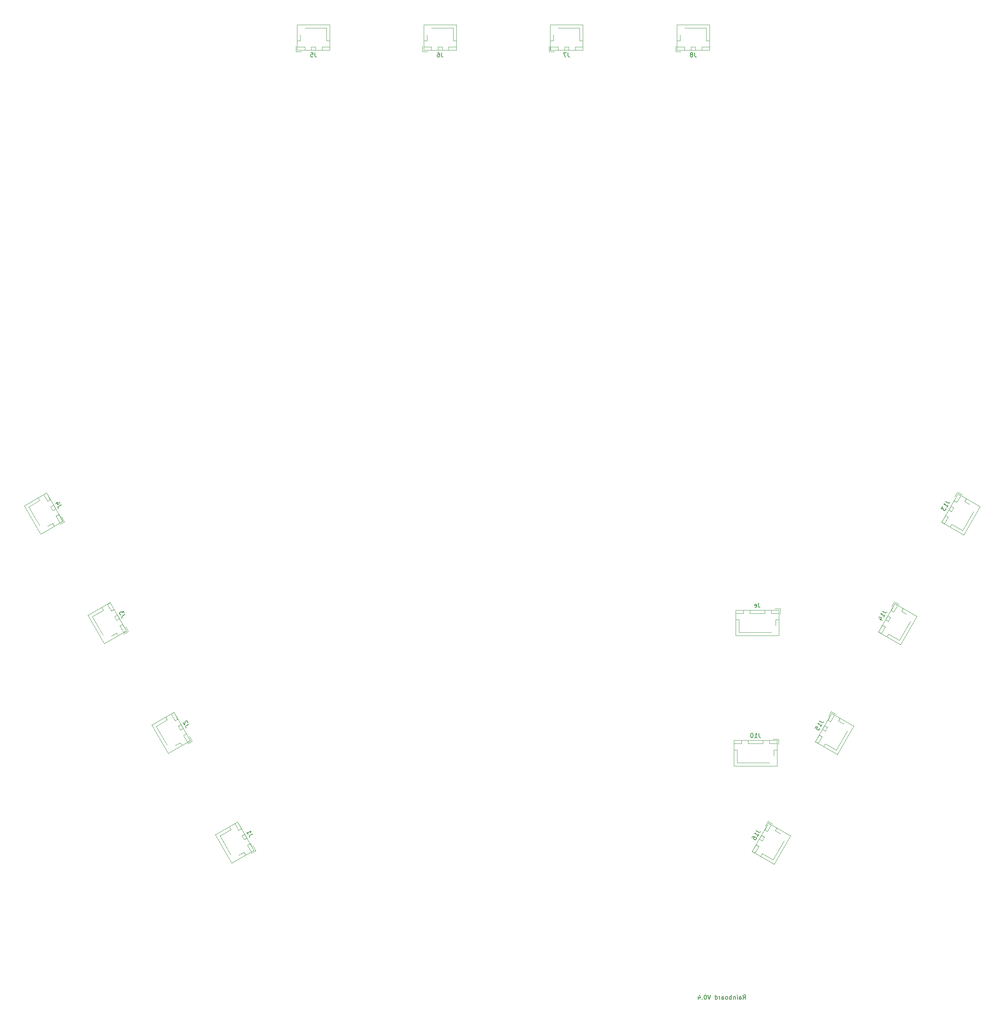
<source format=gbr>
G04 #@! TF.GenerationSoftware,KiCad,Pcbnew,(5.1.5-0-10_14)*
G04 #@! TF.CreationDate,2020-11-09T19:07:26-05:00*
G04 #@! TF.ProjectId,rainboard_newfighter,7261696e-626f-4617-9264-5f6e65776669,rev?*
G04 #@! TF.SameCoordinates,Original*
G04 #@! TF.FileFunction,Legend,Bot*
G04 #@! TF.FilePolarity,Positive*
%FSLAX46Y46*%
G04 Gerber Fmt 4.6, Leading zero omitted, Abs format (unit mm)*
G04 Created by KiCad (PCBNEW (5.1.5-0-10_14)) date 2020-11-09 19:07:26*
%MOMM*%
%LPD*%
G04 APERTURE LIST*
%ADD10C,0.150000*%
%ADD11C,0.120000*%
G04 APERTURE END LIST*
D10*
X55902380Y-123702380D02*
X56235714Y-123226190D01*
X56473809Y-123702380D02*
X56473809Y-122702380D01*
X56092857Y-122702380D01*
X55997619Y-122750000D01*
X55950000Y-122797619D01*
X55902380Y-122892857D01*
X55902380Y-123035714D01*
X55950000Y-123130952D01*
X55997619Y-123178571D01*
X56092857Y-123226190D01*
X56473809Y-123226190D01*
X55045238Y-123702380D02*
X55045238Y-123178571D01*
X55092857Y-123083333D01*
X55188095Y-123035714D01*
X55378571Y-123035714D01*
X55473809Y-123083333D01*
X55045238Y-123654761D02*
X55140476Y-123702380D01*
X55378571Y-123702380D01*
X55473809Y-123654761D01*
X55521428Y-123559523D01*
X55521428Y-123464285D01*
X55473809Y-123369047D01*
X55378571Y-123321428D01*
X55140476Y-123321428D01*
X55045238Y-123273809D01*
X54569047Y-123702380D02*
X54569047Y-123035714D01*
X54569047Y-122702380D02*
X54616666Y-122750000D01*
X54569047Y-122797619D01*
X54521428Y-122750000D01*
X54569047Y-122702380D01*
X54569047Y-122797619D01*
X54092857Y-123035714D02*
X54092857Y-123702380D01*
X54092857Y-123130952D02*
X54045238Y-123083333D01*
X53950000Y-123035714D01*
X53807142Y-123035714D01*
X53711904Y-123083333D01*
X53664285Y-123178571D01*
X53664285Y-123702380D01*
X53188095Y-123702380D02*
X53188095Y-122702380D01*
X53188095Y-123083333D02*
X53092857Y-123035714D01*
X52902380Y-123035714D01*
X52807142Y-123083333D01*
X52759523Y-123130952D01*
X52711904Y-123226190D01*
X52711904Y-123511904D01*
X52759523Y-123607142D01*
X52807142Y-123654761D01*
X52902380Y-123702380D01*
X53092857Y-123702380D01*
X53188095Y-123654761D01*
X52140476Y-123702380D02*
X52235714Y-123654761D01*
X52283333Y-123607142D01*
X52330952Y-123511904D01*
X52330952Y-123226190D01*
X52283333Y-123130952D01*
X52235714Y-123083333D01*
X52140476Y-123035714D01*
X51997619Y-123035714D01*
X51902380Y-123083333D01*
X51854761Y-123130952D01*
X51807142Y-123226190D01*
X51807142Y-123511904D01*
X51854761Y-123607142D01*
X51902380Y-123654761D01*
X51997619Y-123702380D01*
X52140476Y-123702380D01*
X50950000Y-123702380D02*
X50950000Y-123178571D01*
X50997619Y-123083333D01*
X51092857Y-123035714D01*
X51283333Y-123035714D01*
X51378571Y-123083333D01*
X50950000Y-123654761D02*
X51045238Y-123702380D01*
X51283333Y-123702380D01*
X51378571Y-123654761D01*
X51426190Y-123559523D01*
X51426190Y-123464285D01*
X51378571Y-123369047D01*
X51283333Y-123321428D01*
X51045238Y-123321428D01*
X50950000Y-123273809D01*
X50473809Y-123702380D02*
X50473809Y-123035714D01*
X50473809Y-123226190D02*
X50426190Y-123130952D01*
X50378571Y-123083333D01*
X50283333Y-123035714D01*
X50188095Y-123035714D01*
X49426190Y-123702380D02*
X49426190Y-122702380D01*
X49426190Y-123654761D02*
X49521428Y-123702380D01*
X49711904Y-123702380D01*
X49807142Y-123654761D01*
X49854761Y-123607142D01*
X49902380Y-123511904D01*
X49902380Y-123226190D01*
X49854761Y-123130952D01*
X49807142Y-123083333D01*
X49711904Y-123035714D01*
X49521428Y-123035714D01*
X49426190Y-123083333D01*
X48330952Y-122702380D02*
X47997619Y-123702380D01*
X47664285Y-122702380D01*
X47140476Y-122702380D02*
X47045238Y-122702380D01*
X46950000Y-122750000D01*
X46902380Y-122797619D01*
X46854761Y-122892857D01*
X46807142Y-123083333D01*
X46807142Y-123321428D01*
X46854761Y-123511904D01*
X46902380Y-123607142D01*
X46950000Y-123654761D01*
X47045238Y-123702380D01*
X47140476Y-123702380D01*
X47235714Y-123654761D01*
X47283333Y-123607142D01*
X47330952Y-123511904D01*
X47378571Y-123321428D01*
X47378571Y-123083333D01*
X47330952Y-122892857D01*
X47283333Y-122797619D01*
X47235714Y-122750000D01*
X47140476Y-122702380D01*
X46378571Y-123607142D02*
X46330952Y-123654761D01*
X46378571Y-123702380D01*
X46426190Y-123654761D01*
X46378571Y-123607142D01*
X46378571Y-123702380D01*
X45473809Y-123035714D02*
X45473809Y-123702380D01*
X45711904Y-122654761D02*
X45950000Y-123369047D01*
X45330952Y-123369047D01*
D11*
X64150000Y-63050000D02*
X64150000Y-64300000D01*
X62900000Y-63050000D02*
X64150000Y-63050000D01*
X54500000Y-68550000D02*
X58800000Y-68550000D01*
X54500000Y-65600000D02*
X54500000Y-68550000D01*
X53750000Y-65600000D02*
X54500000Y-65600000D01*
X58800000Y-68550000D02*
X62040000Y-68550000D01*
X63100000Y-65600000D02*
X63100000Y-66940000D01*
X63850000Y-65600000D02*
X63100000Y-65600000D01*
X53750000Y-63350000D02*
X55550000Y-63350000D01*
X53750000Y-64100000D02*
X53750000Y-63350000D01*
X55550000Y-64100000D02*
X53750000Y-64100000D01*
X55550000Y-63350000D02*
X55550000Y-64100000D01*
X62050000Y-63350000D02*
X63850000Y-63350000D01*
X62050000Y-64100000D02*
X62050000Y-63350000D01*
X63850000Y-64100000D02*
X62050000Y-64100000D01*
X63850000Y-63350000D02*
X63850000Y-64100000D01*
X57050000Y-63350000D02*
X60550000Y-63350000D01*
X57050000Y-64100000D02*
X57050000Y-63350000D01*
X60550000Y-64100000D02*
X57050000Y-64100000D01*
X60550000Y-63350000D02*
X60550000Y-64100000D01*
X53740000Y-63340000D02*
X63860000Y-63340000D01*
X53740000Y-69310000D02*
X53740000Y-63340000D01*
X63860000Y-69310000D02*
X53740000Y-69310000D01*
X63860000Y-63340000D02*
X63860000Y-69310000D01*
X64550000Y-32700000D02*
X64550000Y-33950000D01*
X63300000Y-32700000D02*
X64550000Y-32700000D01*
X54900000Y-38200000D02*
X59200000Y-38200000D01*
X54900000Y-35250000D02*
X54900000Y-38200000D01*
X54150000Y-35250000D02*
X54900000Y-35250000D01*
X59200000Y-38200000D02*
X62440000Y-38200000D01*
X63500000Y-35250000D02*
X63500000Y-36590000D01*
X64250000Y-35250000D02*
X63500000Y-35250000D01*
X54150000Y-33000000D02*
X55950000Y-33000000D01*
X54150000Y-33750000D02*
X54150000Y-33000000D01*
X55950000Y-33750000D02*
X54150000Y-33750000D01*
X55950000Y-33000000D02*
X55950000Y-33750000D01*
X62450000Y-33000000D02*
X64250000Y-33000000D01*
X62450000Y-33750000D02*
X62450000Y-33000000D01*
X64250000Y-33750000D02*
X62450000Y-33750000D01*
X64250000Y-33000000D02*
X64250000Y-33750000D01*
X57450000Y-33000000D02*
X60950000Y-33000000D01*
X57450000Y-33750000D02*
X57450000Y-33000000D01*
X60950000Y-33750000D02*
X57450000Y-33750000D01*
X60950000Y-33000000D02*
X60950000Y-33750000D01*
X54140000Y-32990000D02*
X64260000Y-32990000D01*
X54140000Y-38960000D02*
X54140000Y-32990000D01*
X64260000Y-38960000D02*
X54140000Y-38960000D01*
X64260000Y-32990000D02*
X64260000Y-38960000D01*
X61720130Y-82246028D02*
X62802662Y-82871028D01*
X61095130Y-83328559D02*
X61720130Y-82246028D01*
X62908270Y-91188109D02*
X64433270Y-88546732D01*
X60353495Y-89713109D02*
X62908270Y-91188109D01*
X59978495Y-90362628D02*
X60353495Y-89713109D01*
X64433270Y-88546732D02*
X65428270Y-86823341D01*
X63403495Y-84430354D02*
X64563969Y-85100354D01*
X63778495Y-83780835D02*
X63403495Y-84430354D01*
X58029938Y-89237628D02*
X58929938Y-87678783D01*
X58679457Y-89612628D02*
X58029938Y-89237628D01*
X59579457Y-88053783D02*
X58679457Y-89612628D01*
X58929938Y-87678783D02*
X59579457Y-88053783D01*
X60929938Y-84214681D02*
X61829938Y-82655835D01*
X61579457Y-84589681D02*
X60929938Y-84214681D01*
X62479457Y-83030835D02*
X61579457Y-84589681D01*
X61829938Y-82655835D02*
X62479457Y-83030835D01*
X59679938Y-86379744D02*
X60179938Y-85513719D01*
X60329457Y-86754744D02*
X59679938Y-86379744D01*
X60829457Y-85888719D02*
X60329457Y-86754744D01*
X60179938Y-85513719D02*
X60829457Y-85888719D01*
X58016278Y-89241289D02*
X61826278Y-82642175D01*
X63186449Y-92226289D02*
X58016278Y-89241289D01*
X66996449Y-85627175D02*
X63186449Y-92226289D01*
X61826278Y-82642175D02*
X66996449Y-85627175D01*
X76442830Y-56675628D02*
X77525362Y-57300628D01*
X75817830Y-57758159D02*
X76442830Y-56675628D01*
X77630970Y-65617709D02*
X79155970Y-62976332D01*
X75076195Y-64142709D02*
X77630970Y-65617709D01*
X74701195Y-64792228D02*
X75076195Y-64142709D01*
X79155970Y-62976332D02*
X80150970Y-61252941D01*
X78126195Y-58859954D02*
X79286669Y-59529954D01*
X78501195Y-58210435D02*
X78126195Y-58859954D01*
X72752638Y-63667228D02*
X73652638Y-62108383D01*
X73402157Y-64042228D02*
X72752638Y-63667228D01*
X74302157Y-62483383D02*
X73402157Y-64042228D01*
X73652638Y-62108383D02*
X74302157Y-62483383D01*
X75652638Y-58644281D02*
X76552638Y-57085435D01*
X76302157Y-59019281D02*
X75652638Y-58644281D01*
X77202157Y-57460435D02*
X76302157Y-59019281D01*
X76552638Y-57085435D02*
X77202157Y-57460435D01*
X74402638Y-60809344D02*
X74902638Y-59943319D01*
X75052157Y-61184344D02*
X74402638Y-60809344D01*
X75552157Y-60318319D02*
X75052157Y-61184344D01*
X74902638Y-59943319D02*
X75552157Y-60318319D01*
X72738978Y-63670889D02*
X76548978Y-57071775D01*
X77909149Y-66655889D02*
X72738978Y-63670889D01*
X81719149Y-60056775D02*
X77909149Y-66655889D01*
X76548978Y-57071775D02*
X81719149Y-60056775D01*
X91165830Y-31105628D02*
X92248362Y-31730628D01*
X90540830Y-32188159D02*
X91165830Y-31105628D01*
X92353970Y-40047709D02*
X93878970Y-37406332D01*
X89799195Y-38572709D02*
X92353970Y-40047709D01*
X89424195Y-39222228D02*
X89799195Y-38572709D01*
X93878970Y-37406332D02*
X94873970Y-35682941D01*
X92849195Y-33289954D02*
X94009669Y-33959954D01*
X93224195Y-32640435D02*
X92849195Y-33289954D01*
X87475638Y-38097228D02*
X88375638Y-36538383D01*
X88125157Y-38472228D02*
X87475638Y-38097228D01*
X89025157Y-36913383D02*
X88125157Y-38472228D01*
X88375638Y-36538383D02*
X89025157Y-36913383D01*
X90375638Y-33074281D02*
X91275638Y-31515435D01*
X91025157Y-33449281D02*
X90375638Y-33074281D01*
X91925157Y-31890435D02*
X91025157Y-33449281D01*
X91275638Y-31515435D02*
X91925157Y-31890435D01*
X89125638Y-35239344D02*
X89625638Y-34373319D01*
X89775157Y-35614344D02*
X89125638Y-35239344D01*
X90275157Y-34748319D02*
X89775157Y-35614344D01*
X89625638Y-34373319D02*
X90275157Y-34748319D01*
X87461978Y-38100889D02*
X91271978Y-31501775D01*
X92632149Y-41085889D02*
X87461978Y-38100889D01*
X96442149Y-34486775D02*
X92632149Y-41085889D01*
X91271978Y-31501775D02*
X96442149Y-34486775D01*
X105888430Y-5535628D02*
X106970962Y-6160628D01*
X105263430Y-6618159D02*
X105888430Y-5535628D01*
X107076570Y-14477709D02*
X108601570Y-11836332D01*
X104521795Y-13002709D02*
X107076570Y-14477709D01*
X104146795Y-13652228D02*
X104521795Y-13002709D01*
X108601570Y-11836332D02*
X109596570Y-10112941D01*
X107571795Y-7719954D02*
X108732269Y-8389954D01*
X107946795Y-7070435D02*
X107571795Y-7719954D01*
X102198238Y-12527228D02*
X103098238Y-10968383D01*
X102847757Y-12902228D02*
X102198238Y-12527228D01*
X103747757Y-11343383D02*
X102847757Y-12902228D01*
X103098238Y-10968383D02*
X103747757Y-11343383D01*
X105098238Y-7504281D02*
X105998238Y-5945435D01*
X105747757Y-7879281D02*
X105098238Y-7504281D01*
X106647757Y-6320435D02*
X105747757Y-7879281D01*
X105998238Y-5945435D02*
X106647757Y-6320435D01*
X103848238Y-9669344D02*
X104348238Y-8803319D01*
X104497757Y-10044344D02*
X103848238Y-9669344D01*
X104997757Y-9178319D02*
X104497757Y-10044344D01*
X104348238Y-8803319D02*
X104997757Y-9178319D01*
X102184578Y-12530889D02*
X105994578Y-5931775D01*
X107354749Y-15515889D02*
X102184578Y-12530889D01*
X111164749Y-8916775D02*
X107354749Y-15515889D01*
X105994578Y-5931775D02*
X111164749Y-8916775D01*
X40177600Y97122800D02*
X40177600Y98372800D01*
X41427600Y97122800D02*
X40177600Y97122800D01*
X47327600Y102622800D02*
X44277600Y102622800D01*
X47327600Y99672800D02*
X47327600Y102622800D01*
X48077600Y99672800D02*
X47327600Y99672800D01*
X44277600Y102622800D02*
X42287600Y102622800D01*
X41227600Y99672800D02*
X41227600Y101012800D01*
X40477600Y99672800D02*
X41227600Y99672800D01*
X48077600Y97422800D02*
X46277600Y97422800D01*
X48077600Y98172800D02*
X48077600Y97422800D01*
X46277600Y98172800D02*
X48077600Y98172800D01*
X46277600Y97422800D02*
X46277600Y98172800D01*
X42277600Y97422800D02*
X40477600Y97422800D01*
X42277600Y98172800D02*
X42277600Y97422800D01*
X40477600Y98172800D02*
X42277600Y98172800D01*
X40477600Y97422800D02*
X40477600Y98172800D01*
X44777600Y97422800D02*
X43777600Y97422800D01*
X44777600Y98172800D02*
X44777600Y97422800D01*
X43777600Y98172800D02*
X44777600Y98172800D01*
X43777600Y97422800D02*
X43777600Y98172800D01*
X48087600Y97412800D02*
X40467600Y97412800D01*
X48087600Y103382800D02*
X48087600Y97412800D01*
X40467600Y103382800D02*
X48087600Y103382800D01*
X40467600Y97412800D02*
X40467600Y103382800D01*
X10662800Y97122800D02*
X10662800Y98372800D01*
X11912800Y97122800D02*
X10662800Y97122800D01*
X17812800Y102622800D02*
X14762800Y102622800D01*
X17812800Y99672800D02*
X17812800Y102622800D01*
X18562800Y99672800D02*
X17812800Y99672800D01*
X14762800Y102622800D02*
X12772800Y102622800D01*
X11712800Y99672800D02*
X11712800Y101012800D01*
X10962800Y99672800D02*
X11712800Y99672800D01*
X18562800Y97422800D02*
X16762800Y97422800D01*
X18562800Y98172800D02*
X18562800Y97422800D01*
X16762800Y98172800D02*
X18562800Y98172800D01*
X16762800Y97422800D02*
X16762800Y98172800D01*
X12762800Y97422800D02*
X10962800Y97422800D01*
X12762800Y98172800D02*
X12762800Y97422800D01*
X10962800Y98172800D02*
X12762800Y98172800D01*
X10962800Y97422800D02*
X10962800Y98172800D01*
X15262800Y97422800D02*
X14262800Y97422800D01*
X15262800Y98172800D02*
X15262800Y97422800D01*
X14262800Y98172800D02*
X15262800Y98172800D01*
X14262800Y97422800D02*
X14262800Y98172800D01*
X18572800Y97412800D02*
X10952800Y97412800D01*
X18572800Y103382800D02*
X18572800Y97412800D01*
X10952800Y103382800D02*
X18572800Y103382800D01*
X10952800Y97412800D02*
X10952800Y103382800D01*
X-18852000Y97122800D02*
X-18852000Y98372800D01*
X-17602000Y97122800D02*
X-18852000Y97122800D01*
X-11702000Y102622800D02*
X-14752000Y102622800D01*
X-11702000Y99672800D02*
X-11702000Y102622800D01*
X-10952000Y99672800D02*
X-11702000Y99672800D01*
X-14752000Y102622800D02*
X-16742000Y102622800D01*
X-17802000Y99672800D02*
X-17802000Y101012800D01*
X-18552000Y99672800D02*
X-17802000Y99672800D01*
X-10952000Y97422800D02*
X-12752000Y97422800D01*
X-10952000Y98172800D02*
X-10952000Y97422800D01*
X-12752000Y98172800D02*
X-10952000Y98172800D01*
X-12752000Y97422800D02*
X-12752000Y98172800D01*
X-16752000Y97422800D02*
X-18552000Y97422800D01*
X-16752000Y98172800D02*
X-16752000Y97422800D01*
X-18552000Y98172800D02*
X-16752000Y98172800D01*
X-18552000Y97422800D02*
X-18552000Y98172800D01*
X-14252000Y97422800D02*
X-15252000Y97422800D01*
X-14252000Y98172800D02*
X-14252000Y97422800D01*
X-15252000Y98172800D02*
X-14252000Y98172800D01*
X-15252000Y97422800D02*
X-15252000Y98172800D01*
X-10942000Y97412800D02*
X-18562000Y97412800D01*
X-10942000Y103382800D02*
X-10942000Y97412800D01*
X-18562000Y103382800D02*
X-10942000Y103382800D01*
X-18562000Y97412800D02*
X-18562000Y103382800D01*
X-48366800Y97122800D02*
X-48366800Y98372800D01*
X-47116800Y97122800D02*
X-48366800Y97122800D01*
X-41216800Y102622800D02*
X-44266800Y102622800D01*
X-41216800Y99672800D02*
X-41216800Y102622800D01*
X-40466800Y99672800D02*
X-41216800Y99672800D01*
X-44266800Y102622800D02*
X-46256800Y102622800D01*
X-47316800Y99672800D02*
X-47316800Y101012800D01*
X-48066800Y99672800D02*
X-47316800Y99672800D01*
X-40466800Y97422800D02*
X-42266800Y97422800D01*
X-40466800Y98172800D02*
X-40466800Y97422800D01*
X-42266800Y98172800D02*
X-40466800Y98172800D01*
X-42266800Y97422800D02*
X-42266800Y98172800D01*
X-46266800Y97422800D02*
X-48066800Y97422800D01*
X-46266800Y98172800D02*
X-46266800Y97422800D01*
X-48066800Y98172800D02*
X-46266800Y98172800D01*
X-48066800Y97422800D02*
X-48066800Y98172800D01*
X-43766800Y97422800D02*
X-44766800Y97422800D01*
X-43766800Y98172800D02*
X-43766800Y97422800D01*
X-44766800Y98172800D02*
X-43766800Y98172800D01*
X-44766800Y97422800D02*
X-44766800Y98172800D01*
X-40456800Y97412800D02*
X-48076800Y97412800D01*
X-40456800Y103382800D02*
X-40456800Y97412800D01*
X-48076800Y103382800D02*
X-40456800Y103382800D01*
X-48076800Y97412800D02*
X-48076800Y103382800D01*
X-102344430Y-12407872D02*
X-103426962Y-13032872D01*
X-102969430Y-11325341D02*
X-102344430Y-12407872D01*
X-110682570Y-8965791D02*
X-109157570Y-11607168D01*
X-108127795Y-7490791D02*
X-110682570Y-8965791D01*
X-108502795Y-6841272D02*
X-108127795Y-7490791D01*
X-109157570Y-11607168D02*
X-108162570Y-13330559D01*
X-105077795Y-12773546D02*
X-106238269Y-13443546D01*
X-104702795Y-13423065D02*
X-105077795Y-12773546D01*
X-106554238Y-5716272D02*
X-105654238Y-7275117D01*
X-107203757Y-6091272D02*
X-106554238Y-5716272D01*
X-106303757Y-7650117D02*
X-107203757Y-6091272D01*
X-105654238Y-7275117D02*
X-106303757Y-7650117D01*
X-103654238Y-10739219D02*
X-102754238Y-12298065D01*
X-104303757Y-11114219D02*
X-103654238Y-10739219D01*
X-103403757Y-12673065D02*
X-104303757Y-11114219D01*
X-102754238Y-12298065D02*
X-103403757Y-12673065D01*
X-104904238Y-8574156D02*
X-104404238Y-9440181D01*
X-105553757Y-8949156D02*
X-104904238Y-8574156D01*
X-105053757Y-9815181D02*
X-105553757Y-8949156D01*
X-104404238Y-9440181D02*
X-105053757Y-9815181D01*
X-106550578Y-5702611D02*
X-102740578Y-12301725D01*
X-111720749Y-8687611D02*
X-106550578Y-5702611D01*
X-107910749Y-15286725D02*
X-111720749Y-8687611D01*
X-102740578Y-12301725D02*
X-107910749Y-15286725D01*
X-87476530Y-37963772D02*
X-88559062Y-38588772D01*
X-88101530Y-36881241D02*
X-87476530Y-37963772D01*
X-95814670Y-34521691D02*
X-94289670Y-37163068D01*
X-93259895Y-33046691D02*
X-95814670Y-34521691D01*
X-93634895Y-32397172D02*
X-93259895Y-33046691D01*
X-94289670Y-37163068D02*
X-93294670Y-38886459D01*
X-90209895Y-38329446D02*
X-91370369Y-38999446D01*
X-89834895Y-38978965D02*
X-90209895Y-38329446D01*
X-91686338Y-31272172D02*
X-90786338Y-32831017D01*
X-92335857Y-31647172D02*
X-91686338Y-31272172D01*
X-91435857Y-33206017D02*
X-92335857Y-31647172D01*
X-90786338Y-32831017D02*
X-91435857Y-33206017D01*
X-88786338Y-36295119D02*
X-87886338Y-37853965D01*
X-89435857Y-36670119D02*
X-88786338Y-36295119D01*
X-88535857Y-38228965D02*
X-89435857Y-36670119D01*
X-87886338Y-37853965D02*
X-88535857Y-38228965D01*
X-90036338Y-34130056D02*
X-89536338Y-34996081D01*
X-90685857Y-34505056D02*
X-90036338Y-34130056D01*
X-90185857Y-35371081D02*
X-90685857Y-34505056D01*
X-89536338Y-34996081D02*
X-90185857Y-35371081D01*
X-91682678Y-31258511D02*
X-87872678Y-37857625D01*
X-96852849Y-34243511D02*
X-91682678Y-31258511D01*
X-93042849Y-40842625D02*
X-96852849Y-34243511D01*
X-87872678Y-37857625D02*
X-93042849Y-40842625D01*
X-72608630Y-63519872D02*
X-73691162Y-64144872D01*
X-73233630Y-62437341D02*
X-72608630Y-63519872D01*
X-80946770Y-60077791D02*
X-79421770Y-62719168D01*
X-78391995Y-58602791D02*
X-80946770Y-60077791D01*
X-78766995Y-57953272D02*
X-78391995Y-58602791D01*
X-79421770Y-62719168D02*
X-78426770Y-64442559D01*
X-75341995Y-63885546D02*
X-76502469Y-64555546D01*
X-74966995Y-64535065D02*
X-75341995Y-63885546D01*
X-76818438Y-56828272D02*
X-75918438Y-58387117D01*
X-77467957Y-57203272D02*
X-76818438Y-56828272D01*
X-76567957Y-58762117D02*
X-77467957Y-57203272D01*
X-75918438Y-58387117D02*
X-76567957Y-58762117D01*
X-73918438Y-61851219D02*
X-73018438Y-63410065D01*
X-74567957Y-62226219D02*
X-73918438Y-61851219D01*
X-73667957Y-63785065D02*
X-74567957Y-62226219D01*
X-73018438Y-63410065D02*
X-73667957Y-63785065D01*
X-75168438Y-59686156D02*
X-74668438Y-60552181D01*
X-75817957Y-60061156D02*
X-75168438Y-59686156D01*
X-75317957Y-60927181D02*
X-75817957Y-60061156D01*
X-74668438Y-60552181D02*
X-75317957Y-60927181D01*
X-76814778Y-56814611D02*
X-73004778Y-63413725D01*
X-81984949Y-59799611D02*
X-76814778Y-56814611D01*
X-78174949Y-66398725D02*
X-81984949Y-59799611D01*
X-73004778Y-63413725D02*
X-78174949Y-66398725D01*
X-57740630Y-89075772D02*
X-58823162Y-89700772D01*
X-58365630Y-87993241D02*
X-57740630Y-89075772D01*
X-66078770Y-85633691D02*
X-64553770Y-88275068D01*
X-63523995Y-84158691D02*
X-66078770Y-85633691D01*
X-63898995Y-83509172D02*
X-63523995Y-84158691D01*
X-64553770Y-88275068D02*
X-63558770Y-89998459D01*
X-60473995Y-89441446D02*
X-61634469Y-90111446D01*
X-60098995Y-90090965D02*
X-60473995Y-89441446D01*
X-61950438Y-82384172D02*
X-61050438Y-83943017D01*
X-62599957Y-82759172D02*
X-61950438Y-82384172D01*
X-61699957Y-84318017D02*
X-62599957Y-82759172D01*
X-61050438Y-83943017D02*
X-61699957Y-84318017D01*
X-59050438Y-87407119D02*
X-58150438Y-88965965D01*
X-59699957Y-87782119D02*
X-59050438Y-87407119D01*
X-58799957Y-89340965D02*
X-59699957Y-87782119D01*
X-58150438Y-88965965D02*
X-58799957Y-89340965D01*
X-60300438Y-85242056D02*
X-59800438Y-86108081D01*
X-60949957Y-85617056D02*
X-60300438Y-85242056D01*
X-60449957Y-86483081D02*
X-60949957Y-85617056D01*
X-59800438Y-86108081D02*
X-60449957Y-86483081D01*
X-61946778Y-82370511D02*
X-58136778Y-88969625D01*
X-67116949Y-85355511D02*
X-61946778Y-82370511D01*
X-63306949Y-91954625D02*
X-67116949Y-85355511D01*
X-58136778Y-88969625D02*
X-63306949Y-91954625D01*
D10*
X59609523Y-61702380D02*
X59609523Y-62416666D01*
X59657142Y-62559523D01*
X59752380Y-62654761D01*
X59895238Y-62702380D01*
X59990476Y-62702380D01*
X58609523Y-62702380D02*
X59180952Y-62702380D01*
X58895238Y-62702380D02*
X58895238Y-61702380D01*
X58990476Y-61845238D01*
X59085714Y-61940476D01*
X59180952Y-61988095D01*
X57990476Y-61702380D02*
X57895238Y-61702380D01*
X57800000Y-61750000D01*
X57752380Y-61797619D01*
X57704761Y-61892857D01*
X57657142Y-62083333D01*
X57657142Y-62321428D01*
X57704761Y-62511904D01*
X57752380Y-62607142D01*
X57800000Y-62654761D01*
X57895238Y-62702380D01*
X57990476Y-62702380D01*
X58085714Y-62654761D01*
X58133333Y-62607142D01*
X58180952Y-62511904D01*
X58228571Y-62321428D01*
X58228571Y-62083333D01*
X58180952Y-61892857D01*
X58133333Y-61797619D01*
X58085714Y-61750000D01*
X57990476Y-61702380D01*
X59485714Y-31352380D02*
X59485714Y-32066666D01*
X59533333Y-32209523D01*
X59628571Y-32304761D01*
X59771428Y-32352380D01*
X59866666Y-32352380D01*
X58628571Y-32304761D02*
X58723809Y-32352380D01*
X58914285Y-32352380D01*
X59009523Y-32304761D01*
X59057142Y-32209523D01*
X59057142Y-31828571D01*
X59009523Y-31733333D01*
X58914285Y-31685714D01*
X58723809Y-31685714D01*
X58628571Y-31733333D01*
X58580952Y-31828571D01*
X58580952Y-31923809D01*
X59057142Y-32019047D01*
X58907819Y-84421854D02*
X59526409Y-84778997D01*
X59673936Y-84809186D01*
X59804034Y-84774326D01*
X59916702Y-84674418D01*
X59964321Y-84591939D01*
X59273845Y-85787879D02*
X59559559Y-85293008D01*
X59416702Y-85540443D02*
X58550677Y-85040443D01*
X58722014Y-85029393D01*
X58852111Y-84994534D01*
X58940970Y-84935865D01*
X57979248Y-86030187D02*
X58074486Y-85865229D01*
X58163344Y-85806560D01*
X58228393Y-85789131D01*
X58399730Y-85778081D01*
X58588497Y-85832079D01*
X58918411Y-86022556D01*
X58977080Y-86111414D01*
X58994510Y-86176463D01*
X58988131Y-86282751D01*
X58892892Y-86447708D01*
X58804034Y-86506377D01*
X58738985Y-86523807D01*
X58632697Y-86517427D01*
X58426501Y-86398380D01*
X58367831Y-86309521D01*
X58350402Y-86244472D01*
X58356781Y-86138184D01*
X58452020Y-85973227D01*
X58540878Y-85914558D01*
X58605927Y-85897128D01*
X58712215Y-85903508D01*
X73630519Y-58851454D02*
X74249109Y-59208597D01*
X74396636Y-59238786D01*
X74526734Y-59203926D01*
X74639402Y-59104018D01*
X74687021Y-59021539D01*
X73996545Y-60217479D02*
X74282259Y-59722608D01*
X74139402Y-59970043D02*
X73273377Y-59470043D01*
X73444714Y-59458993D01*
X73574811Y-59424134D01*
X73663670Y-59365465D01*
X72678138Y-60501026D02*
X72916234Y-60088633D01*
X73352436Y-60285489D01*
X73287387Y-60302919D01*
X73198529Y-60361588D01*
X73079481Y-60567784D01*
X73073102Y-60674072D01*
X73090531Y-60739121D01*
X73149201Y-60827980D01*
X73355397Y-60947027D01*
X73461685Y-60953407D01*
X73526734Y-60935977D01*
X73615592Y-60877308D01*
X73734640Y-60671112D01*
X73741020Y-60564823D01*
X73723590Y-60499775D01*
X88353519Y-33281454D02*
X88972109Y-33638597D01*
X89119636Y-33668786D01*
X89249734Y-33633926D01*
X89362402Y-33534018D01*
X89410021Y-33451539D01*
X88719545Y-34647479D02*
X89005259Y-34152608D01*
X88862402Y-34400043D02*
X87996377Y-33900043D01*
X88167714Y-33888993D01*
X88297811Y-33854134D01*
X88386670Y-33795465D01*
X87713623Y-35056453D02*
X88290973Y-35389787D01*
X87502756Y-34659781D02*
X88240393Y-34810727D01*
X87930870Y-35346838D01*
X103076119Y-7711454D02*
X103694709Y-8068597D01*
X103842236Y-8098786D01*
X103972334Y-8063926D01*
X104085002Y-7964018D01*
X104132621Y-7881539D01*
X103442145Y-9077479D02*
X103727859Y-8582608D01*
X103585002Y-8830043D02*
X102718977Y-8330043D01*
X102890314Y-8318993D01*
X103020411Y-8284134D01*
X103109270Y-8225465D01*
X102409453Y-8866154D02*
X102099929Y-9402265D01*
X102596510Y-9304066D01*
X102525081Y-9427784D01*
X102518702Y-9534072D01*
X102536131Y-9599121D01*
X102594801Y-9687980D01*
X102800997Y-9807027D01*
X102907285Y-9813407D01*
X102972334Y-9795977D01*
X103061192Y-9737308D01*
X103204050Y-9489872D01*
X103210429Y-9383584D01*
X103193000Y-9318535D01*
X44610933Y96870419D02*
X44610933Y96156133D01*
X44658552Y96013276D01*
X44753790Y95918038D01*
X44896647Y95870419D01*
X44991885Y95870419D01*
X43991885Y96441847D02*
X44087123Y96489466D01*
X44134742Y96537085D01*
X44182361Y96632323D01*
X44182361Y96679942D01*
X44134742Y96775180D01*
X44087123Y96822800D01*
X43991885Y96870419D01*
X43801409Y96870419D01*
X43706171Y96822800D01*
X43658552Y96775180D01*
X43610933Y96679942D01*
X43610933Y96632323D01*
X43658552Y96537085D01*
X43706171Y96489466D01*
X43801409Y96441847D01*
X43991885Y96441847D01*
X44087123Y96394228D01*
X44134742Y96346609D01*
X44182361Y96251371D01*
X44182361Y96060895D01*
X44134742Y95965657D01*
X44087123Y95918038D01*
X43991885Y95870419D01*
X43801409Y95870419D01*
X43706171Y95918038D01*
X43658552Y95965657D01*
X43610933Y96060895D01*
X43610933Y96251371D01*
X43658552Y96346609D01*
X43706171Y96394228D01*
X43801409Y96441847D01*
X15096133Y96870419D02*
X15096133Y96156133D01*
X15143752Y96013276D01*
X15238990Y95918038D01*
X15381847Y95870419D01*
X15477085Y95870419D01*
X14715180Y96870419D02*
X14048514Y96870419D01*
X14477085Y95870419D01*
X-14418666Y96870419D02*
X-14418666Y96156133D01*
X-14371047Y96013276D01*
X-14275809Y95918038D01*
X-14132952Y95870419D01*
X-14037714Y95870419D01*
X-15323428Y96870419D02*
X-15132952Y96870419D01*
X-15037714Y96822800D01*
X-14990095Y96775180D01*
X-14894857Y96632323D01*
X-14847238Y96441847D01*
X-14847238Y96060895D01*
X-14894857Y95965657D01*
X-14942476Y95918038D01*
X-15037714Y95870419D01*
X-15228190Y95870419D01*
X-15323428Y95918038D01*
X-15371047Y95965657D01*
X-15418666Y96060895D01*
X-15418666Y96298990D01*
X-15371047Y96394228D01*
X-15323428Y96441847D01*
X-15228190Y96489466D01*
X-15037714Y96489466D01*
X-14942476Y96441847D01*
X-14894857Y96394228D01*
X-14847238Y96298990D01*
X-43933466Y96870419D02*
X-43933466Y96156133D01*
X-43885847Y96013276D01*
X-43790609Y95918038D01*
X-43647752Y95870419D01*
X-43552514Y95870419D01*
X-44885847Y96870419D02*
X-44409657Y96870419D01*
X-44362038Y96394228D01*
X-44409657Y96441847D01*
X-44504895Y96489466D01*
X-44742990Y96489466D01*
X-44838228Y96441847D01*
X-44885847Y96394228D01*
X-44933466Y96298990D01*
X-44933466Y96060895D01*
X-44885847Y95965657D01*
X-44838228Y95918038D01*
X-44742990Y95870419D01*
X-44504895Y95870419D01*
X-44409657Y95918038D01*
X-44362038Y95965657D01*
X-103060691Y-8472033D02*
X-103679280Y-8829176D01*
X-103779189Y-8941844D01*
X-103814048Y-9071942D01*
X-103783859Y-9219469D01*
X-103736240Y-9301948D01*
X-103801747Y-7855153D02*
X-104379097Y-8188486D01*
X-103352785Y-7870873D02*
X-103852327Y-8434213D01*
X-104161851Y-7898102D01*
X-88192791Y-34027933D02*
X-88811380Y-34385076D01*
X-88911289Y-34497744D01*
X-88946148Y-34627842D01*
X-88915959Y-34775369D01*
X-88868340Y-34857848D01*
X-88383267Y-33698019D02*
X-88692791Y-33161908D01*
X-88856039Y-33641059D01*
X-88927467Y-33517341D01*
X-89016326Y-33458672D01*
X-89081374Y-33441242D01*
X-89187662Y-33447622D01*
X-89393859Y-33566670D01*
X-89452528Y-33655528D01*
X-89469958Y-33720577D01*
X-89463578Y-33826865D01*
X-89320721Y-34074301D01*
X-89231863Y-34132970D01*
X-89166814Y-34150400D01*
X-73324891Y-59584033D02*
X-73943480Y-59941176D01*
X-74043389Y-60053844D01*
X-74078248Y-60183942D01*
X-74048059Y-60331469D01*
X-74000440Y-60413948D01*
X-73621655Y-59260498D02*
X-73604225Y-59195450D01*
X-73610605Y-59089161D01*
X-73729653Y-58882965D01*
X-73818511Y-58824296D01*
X-73883560Y-58806866D01*
X-73989848Y-58813246D01*
X-74072327Y-58860865D01*
X-74172235Y-58973533D01*
X-74381392Y-59754119D01*
X-74690916Y-59218008D01*
X-58456891Y-85139933D02*
X-59075480Y-85497076D01*
X-59175389Y-85609744D01*
X-59210248Y-85739842D01*
X-59180059Y-85887369D01*
X-59132440Y-85969848D01*
X-59822916Y-84773908D02*
X-59537202Y-85268779D01*
X-59680059Y-85021344D02*
X-58814034Y-84521344D01*
X-58890133Y-84675251D01*
X-58924992Y-84805348D01*
X-58918612Y-84911637D01*
M02*

</source>
